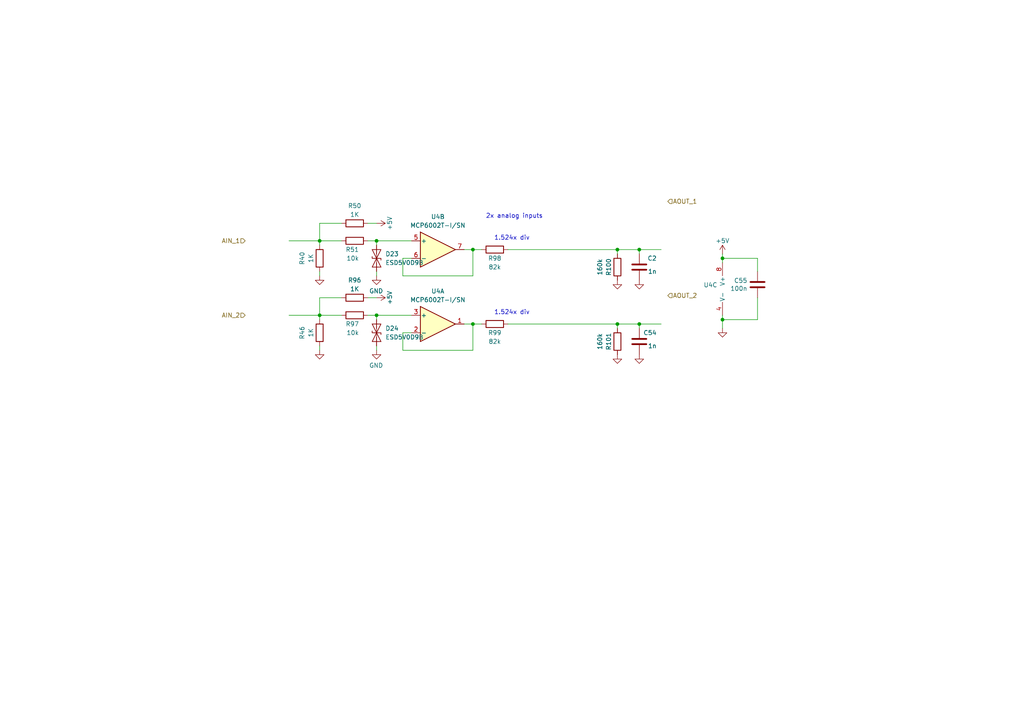
<source format=kicad_sch>
(kicad_sch (version 20230121) (generator eeschema)
  (paper "A4")
  (lib_symbols
    (symbol "+5V_1" (power) (pin_numbers hide) (pin_names (offset 0) hide)
      (property "Value" "+5V_1" (at 0 3.556 0))
      (symbol "+5V_1_0_1"
        (polyline (pts (xy -0.762 1.27) (xy 0 2.54)))
        (polyline (pts (xy 0 0) (xy 0 2.54)))
        (polyline (pts (xy 0 2.54) (xy 0.762 1.27)))
      )
      (symbol "+5V_1_1_1"
        (pin power_in line (at 0 0 90) (length 0) hide (name "+5V") (number "1"))
      )
    )
    (symbol "+5V_8" (power) (pin_numbers hide) (pin_names (offset 0) hide)
      (property "Value" "+5V_8" (at 0 3.556 0))
      (symbol "+5V_8_0_1"
        (polyline (pts (xy -0.762 1.27) (xy 0 2.54)))
        (polyline (pts (xy 0 0) (xy 0 2.54)))
        (polyline (pts (xy 0 2.54) (xy 0.762 1.27)))
      )
      (symbol "+5V_8_1_1"
        (pin power_in line (at 0 0 90) (length 0) hide (name "+5V") (number "1"))
      )
    )
    (symbol "Amplifier_Operational:MCP6002-xSN" (pin_names (offset 0.127))
      (property "Reference" "U" (at 0 5.08 0))
      (property "Value" "MCP6002-xSN" (at 0 -5.08 0))
      (symbol "MCP6002-xSN_1_1"
        (polyline (pts (xy -5.08 5.08) (xy 5.08 0) (xy -5.08 -5.08) (xy -5.08 5.08)) (stroke (width 0.254)) (fill (type background)))
        (pin output line (at 7.62 0 180) (length 2.54) (name "~") (number "1"))
        (pin input line (at -7.62 -2.54 0) (length 2.54) (name "-") (number "2"))
        (pin input line (at -7.62 2.54 0) (length 2.54) (name "+") (number "3"))
      )
      (symbol "MCP6002-xSN_2_1"
        (polyline (pts (xy -5.08 5.08) (xy 5.08 0) (xy -5.08 -5.08) (xy -5.08 5.08)) (stroke (width 0.254)) (fill (type background)))
        (pin input line (at -7.62 2.54 0) (length 2.54) (name "+") (number "5"))
        (pin input line (at -7.62 -2.54 0) (length 2.54) (name "-") (number "6"))
        (pin output line (at 7.62 0 180) (length 2.54) (name "~") (number "7"))
      )
      (symbol "MCP6002-xSN_3_1"
        (pin power_in line (at -2.54 -7.62 90) (length 3.81) (name "V-") (number "4"))
        (pin power_in line (at -2.54 7.62 270) (length 3.81) (name "V+") (number "8"))
      )
    )
    (symbol "Device:C" (pin_numbers hide) (pin_names (offset 0.254))
      (property "Reference" "C" (at 0.635 2.54 0))
      (property "Value" "C" (at 0.635 -2.54 0))
      (symbol "C_0_1"
        (polyline (pts (xy -2.032 -0.762) (xy 2.032 -0.762)) (stroke (width 0.508)))
        (polyline (pts (xy -2.032 0.762) (xy 2.032 0.762)) (stroke (width 0.508)))
      )
      (symbol "C_1_1"
        (pin passive line (at 0 3.81 270) (length 2.794) (name "~") (number "1"))
        (pin passive line (at 0 -3.81 90) (length 2.794) (name "~") (number "2"))
      )
    )
    (symbol "Device:R" (pin_numbers hide) (pin_names (offset 0))
      (property "Reference" "R" (at 2.032 0 90))
      (property "Value" "R" (at 0 0 90))
      (symbol "R_0_1"
        (rectangle (start -1.016 -2.54) (end 1.016 2.54) (stroke (width 0.254)))
      )
      (symbol "R_1_1"
        (pin passive line (at 0 3.81 270) (length 1.27) (name "~") (number "1"))
        (pin passive line (at 0 -3.81 90) (length 1.27) (name "~") (number "2"))
      )
    )
    (symbol "Diode:ESD9B5.0ST5G" (pin_numbers hide) (pin_names (offset 1.016) hide)
      (property "Reference" "D" (at 0 2.54 0))
      (property "Value" "ESD9B5.0ST5G" (at 0 -2.54 0))
      (symbol "ESD9B5.0ST5G_0_1"
        (polyline (pts (xy 1.27 0) (xy -1.27 0)))
        (polyline (pts (xy -2.54 -1.27) (xy 0 0) (xy -2.54 1.27) (xy -2.54 -1.27)) (stroke (width 0.2032)))
        (polyline (pts (xy 0.508 1.27) (xy 0 1.27) (xy 0 -1.27) (xy -0.508 -1.27)) (stroke (width 0.2032)))
        (polyline (pts (xy 2.54 1.27) (xy 2.54 -1.27) (xy 0 0) (xy 2.54 1.27)) (stroke (width 0.2032)))
      )
      (symbol "ESD9B5.0ST5G_1_1"
        (pin passive line (at -3.81 0 0) (length 2.54) (name "A1") (number "1"))
        (pin passive line (at 3.81 0 180) (length 2.54) (name "A2") (number "2"))
      )
    )
    (symbol "GND_1" (power) (pin_numbers hide) (pin_names (offset 0) hide)
      (property "Value" "GND_1" (at 0 -3.81 0))
      (symbol "GND_1_0_1"
        (polyline (pts (xy 0 0) (xy 0 -1.27) (xy 1.27 -1.27) (xy 0 -2.54) (xy -1.27 -1.27) (xy 0 -1.27)))
      )
      (symbol "GND_1_1_1"
        (pin power_in line (at 0 0 270) (length 0) hide (name "GND") (number "1"))
      )
    )
    (symbol "GND_11" (power) (pin_numbers hide) (pin_names (offset 0) hide)
      (property "Value" "GND_11" (at 0 -3.81 0))
      (symbol "GND_11_0_1"
        (polyline (pts (xy 0 0) (xy 0 -1.27) (xy 1.27 -1.27) (xy 0 -2.54) (xy -1.27 -1.27) (xy 0 -1.27)))
      )
      (symbol "GND_11_1_1"
        (pin power_in line (at 0 0 270) (length 0) hide (name "GND") (number "1"))
      )
    )
    (symbol "GND_12" (power) (pin_numbers hide) (pin_names (offset 0) hide)
      (property "Value" "GND_12" (at 0 -3.81 0))
      (symbol "GND_12_0_1"
        (polyline (pts (xy 0 0) (xy 0 -1.27) (xy 1.27 -1.27) (xy 0 -2.54) (xy -1.27 -1.27) (xy 0 -1.27)))
      )
      (symbol "GND_12_1_1"
        (pin power_in line (at 0 0 270) (length 0) hide (name "GND") (number "1"))
      )
    )
    (symbol "GND_15" (power) (pin_numbers hide) (pin_names (offset 0) hide)
      (property "Value" "GND_15" (at 0 -3.81 0))
      (symbol "GND_15_0_1"
        (polyline (pts (xy 0 0) (xy 0 -1.27) (xy 1.27 -1.27) (xy 0 -2.54) (xy -1.27 -1.27) (xy 0 -1.27)))
      )
      (symbol "GND_15_1_1"
        (pin power_in line (at 0 0 270) (length 0) hide (name "GND") (number "1"))
      )
    )
    (symbol "GND_19" (power) (pin_numbers hide) (pin_names (offset 0) hide)
      (property "Value" "GND_19" (at 0 -3.81 0))
      (symbol "GND_19_0_1"
        (polyline (pts (xy 0 0) (xy 0 -1.27) (xy 1.27 -1.27) (xy 0 -2.54) (xy -1.27 -1.27) (xy 0 -1.27)))
      )
      (symbol "GND_19_1_1"
        (pin power_in line (at 0 0 270) (length 0) hide (name "GND") (number "1"))
      )
    )
    (symbol "GND_20" (power) (pin_numbers hide) (pin_names (offset 0) hide)
      (property "Value" "GND_20" (at 0 -3.81 0))
      (symbol "GND_20_0_1"
        (polyline (pts (xy 0 0) (xy 0 -1.27) (xy 1.27 -1.27) (xy 0 -2.54) (xy -1.27 -1.27) (xy 0 -1.27)))
      )
      (symbol "GND_20_1_1"
        (pin power_in line (at 0 0 270) (length 0) hide (name "GND") (number "1"))
      )
    )
    (symbol "GND_7" (power) (pin_numbers hide) (pin_names (offset 0) hide)
      (property "Value" "GND_7" (at 0 -3.81 0))
      (symbol "GND_7_0_1"
        (polyline (pts (xy 0 0) (xy 0 -1.27) (xy 1.27 -1.27) (xy 0 -2.54) (xy -1.27 -1.27) (xy 0 -1.27)))
      )
      (symbol "GND_7_1_1"
        (pin power_in line (at 0 0 270) (length 0) hide (name "GND") (number "1"))
      )
    )
    (symbol "power:+5V" (power) (pin_numbers hide) (pin_names (offset 0) hide)
      (property "Value" "+5V" (at 0 3.556 0))
      (symbol "+5V_0_1"
        (polyline (pts (xy -0.762 1.27) (xy 0 2.54)))
        (polyline (pts (xy 0 0) (xy 0 2.54)))
        (polyline (pts (xy 0 2.54) (xy 0.762 1.27)))
      )
      (symbol "+5V_1_1"
        (pin power_in line (at 0 0 90) (length 0) hide (name "+5V") (number "1"))
      )
    )
  )
  (junction (at 92.71 91.44))
  (junction (at 209.55 92.71))
  (junction (at 209.55 74.93))
  (junction (at 185.42 93.98))
  (junction (at 92.71 69.85))
  (junction (at 185.42 72.39))
  (junction (at 137.16 72.39))
  (junction (at 179.07 72.39))
  (junction (at 179.07 93.98))
  (junction (at 109.22 69.85))
  (junction (at 109.22 91.44))
  (junction (at 137.16 93.98))
  (wire (pts (xy 179.07 93.98) (xy 185.42 93.98)))
  (wire (pts (xy 83.82 91.44) (xy 92.71 91.44)))
  (wire (pts (xy 219.71 92.71) (xy 219.71 86.36)))
  (wire (pts (xy 185.42 93.98) (xy 191.77 93.98)))
  (wire (pts (xy 109.22 91.44) (xy 119.38 91.44)))
  (wire (pts (xy 179.07 72.39) (xy 179.07 73.66)))
  (wire (pts (xy 109.22 69.85) (xy 119.38 69.85)))
  (wire (pts (xy 92.71 86.36) (xy 92.71 91.44)))
  (wire (pts (xy 209.55 74.93) (xy 209.55 76.2)))
  (wire (pts (xy 109.22 91.44) (xy 109.22 92.71)))
  (wire (pts (xy 209.55 74.93) (xy 219.71 74.93)))
  (wire (pts (xy 209.55 73.66) (xy 209.55 74.93)))
  (wire (pts (xy 92.71 64.77) (xy 92.71 69.85)))
  (wire (pts (xy 106.68 64.77) (xy 109.22 64.77)))
  (wire (pts (xy 106.68 91.44) (xy 109.22 91.44)))
  (wire (pts (xy 92.71 69.85) (xy 99.06 69.85)))
  (wire (pts (xy 116.84 101.6) (xy 137.16 101.6)))
  (wire (pts (xy 209.55 92.71) (xy 209.55 91.44)))
  (wire (pts (xy 209.55 92.71) (xy 219.71 92.71)))
  (wire (pts (xy 106.68 69.85) (xy 109.22 69.85)))
  (wire (pts (xy 116.84 96.52) (xy 116.84 101.6)))
  (wire (pts (xy 179.07 93.98) (xy 179.07 95.25)))
  (wire (pts (xy 109.22 69.85) (xy 109.22 71.12)))
  (wire (pts (xy 92.71 91.44) (xy 92.71 92.71)))
  (wire (pts (xy 185.42 93.98) (xy 185.42 95.25)))
  (wire (pts (xy 137.16 93.98) (xy 139.7 93.98)))
  (wire (pts (xy 92.71 78.74) (xy 92.71 80.01)))
  (wire (pts (xy 147.32 72.39) (xy 179.07 72.39)))
  (wire (pts (xy 83.82 69.85) (xy 92.71 69.85)))
  (wire (pts (xy 116.84 80.01) (xy 137.16 80.01)))
  (wire (pts (xy 137.16 93.98) (xy 134.62 93.98)))
  (wire (pts (xy 119.38 74.93) (xy 116.84 74.93)))
  (wire (pts (xy 147.32 93.98) (xy 179.07 93.98)))
  (wire (pts (xy 119.38 96.52) (xy 116.84 96.52)))
  (wire (pts (xy 137.16 80.01) (xy 137.16 72.39)))
  (wire (pts (xy 219.71 74.93) (xy 219.71 78.74)))
  (wire (pts (xy 137.16 101.6) (xy 137.16 93.98)))
  (wire (pts (xy 179.07 72.39) (xy 185.42 72.39)))
  (wire (pts (xy 116.84 74.93) (xy 116.84 80.01)))
  (wire (pts (xy 209.55 95.25) (xy 209.55 92.71)))
  (wire (pts (xy 109.22 80.01) (xy 109.22 78.74)))
  (wire (pts (xy 99.06 86.36) (xy 92.71 86.36)))
  (wire (pts (xy 92.71 100.33) (xy 92.71 101.6)))
  (wire (pts (xy 137.16 72.39) (xy 139.7 72.39)))
  (wire (pts (xy 109.22 100.33) (xy 109.22 101.6)))
  (wire (pts (xy 99.06 64.77) (xy 92.71 64.77)))
  (wire (pts (xy 137.16 72.39) (xy 134.62 72.39)))
  (wire (pts (xy 92.71 69.85) (xy 92.71 71.12)))
  (wire (pts (xy 106.68 86.36) (xy 109.22 86.36)))
  (wire (pts (xy 185.42 72.39) (xy 185.42 73.66)))
  (wire (pts (xy 92.71 91.44) (xy 99.06 91.44)))
  (wire (pts (xy 185.42 72.39) (xy 191.77 72.39)))
  (text "2x analog inputs" (at 157.48 63.5 0) (effects (font (size 1.27 1.27)) (justify right bottom)))
  (text "1.524x div" (at 153.67 91.44 0) (effects (font (size 1.27 1.27)) (justify right bottom)))
  (text "1.524x div" (at 153.67 69.85 0) (effects (font (size 1.27 1.27)) (justify right bottom)))
  (hierarchical_label "AIN_1" (shape input) (at 71.12 69.85 180))
  (hierarchical_label "AOUT_1" (shape input) (at 193.675 58.42 0))
  (hierarchical_label "AOUT_2" (shape input) (at 193.675 85.725 0))
  (hierarchical_label "AIN_2" (shape input) (at 71.12 91.44 180))
  (symbol (lib_id "Device:R") (at 102.87 91.44 90) (mirror x) (unit 1)
    (property "Reference" "R97" (at 104.14 93.98 90) (effects (justify left)))
    (property "Value" "10k" (at 104.14 96.52 90) (effects (justify left)))
    (property "Footprint" "Resistor_SMD:R_0402_1005Metric" (effects hide))
    (property "LCSC" "C25744" (effects hide))
  )
  (symbol (lib_id "Diode:ESD9B5.0ST5G") (at 109.22 96.52 270) (unit 1)
    (property "Reference" "D24" (at 111.76 95.2499 90) (effects (justify left)))
    (property "Value" "ESD5V0D9B" (at 111.76 97.7899 90) (effects (justify left)))
    (property "Footprint" "Diode_SMD:D_SOD-923" (effects hide))
    (property "LCSC" "C484329" (effects hide))
  )
  (symbol (lib_name "GND_12") (lib_id "power:GND") (at 179.07 102.87 0) (mirror y) (unit 1)
    (property "Reference" "#PWR091" (effects hide))
    (property "Value" "GND" (effects hide))
  )
  (symbol (lib_id "Device:R") (at 179.07 99.06 0) (mirror x) (unit 1)
    (property "Reference" "R101" (at 176.53 99.06 90))
    (property "Value" "160k" (at 173.99 99.06 90))
    (property "Footprint" "Resistor_SMD:R_0402_1005Metric" (effects hide))
    (property "LCSC" "C409854" (effects hide))
  )
  (symbol (lib_name "GND_19") (lib_id "power:GND") (at 92.71 80.01 0) (mirror y) (unit 1)
    (property "Reference" "#PWR07" (effects hide))
    (property "Value" "GND" (effects hide))
  )
  (symbol (lib_id "Device:R") (at 143.51 93.98 270) (mirror x) (unit 1)
    (property "Reference" "R99" (at 143.51 96.52 90))
    (property "Value" "82k" (at 143.51 99.06 90))
    (property "Footprint" "Resistor_SMD:R_0402_1005Metric" (effects hide))
    (property "LCSC" "C325373" (effects hide))
  )
  (symbol (lib_id "Amplifier_Operational:MCP6002-xSN") (at 127 93.98 0) (unit 1)
    (property "Reference" "U4" (at 127 84.455 0))
    (property "Value" "MCP6002T-I/SN" (at 127 86.9696 0))
    (property "Footprint" "Package_SO:SOIC-8_3.9x4.9mm_P1.27mm" (effects hide))
    (property "Datasheet" "http://ww1.microchip.com/downloads/en/DeviceDoc/21733j.pdf" (effects hide))
    (property "LCSC" "C7377" (effects hide))
  )
  (symbol (lib_id "Device:R") (at 92.71 74.93 0) (mirror y) (unit 1) (in_bom no)
    (property "Reference" "R40" (at 87.63 74.93 90))
    (property "Value" "1K" (at 90.17 74.93 90))
    (property "Footprint" "Resistor_SMD:R_0603_1608Metric" (effects hide))
    (property "LCSC" "C21190" (effects hide))
  )
  (symbol (lib_id "Device:R") (at 179.07 77.47 0) (mirror x) (unit 1)
    (property "Reference" "R100" (at 176.53 77.47 90))
    (property "Value" "160k" (at 173.99 77.47 90))
    (property "Footprint" "Resistor_SMD:R_0402_1005Metric" (effects hide))
    (property "LCSC" "C409854" (effects hide))
  )
  (symbol (lib_id "Device:R") (at 102.87 86.36 270) (mirror x) (unit 1)
    (property "Reference" "R96" (at 102.87 81.28 90))
    (property "Value" "1K" (at 102.87 83.82 90))
    (property "Footprint" "Resistor_SMD:R_0603_1608Metric" (effects hide))
    (property "LCSC" "C21190" (effects hide))
  )
  (symbol (lib_name "GND_1") (lib_id "power:GND") (at 109.22 101.6 0) (mirror y) (unit 1)
    (property "Reference" "#PWR089" (effects hide))
    (property "Value" "~" (at 109.093 105.9942 0))
  )
  (symbol (lib_name "GND_7") (lib_id "power:GND") (at 185.42 102.87 0) (unit 1)
    (property "Reference" "#PWR093" (effects hide))
    (property "Value" "GND" (effects hide))
  )
  (symbol (lib_id "Device:R") (at 102.87 64.77 270) (mirror x) (unit 1)
    (property "Reference" "R50" (at 102.87 59.69 90))
    (property "Value" "1K" (at 102.87 62.23 90))
    (property "Footprint" "Resistor_SMD:R_0603_1608Metric" (effects hide))
    (property "LCSC" "C21190" (effects hide))
  )
  (symbol (lib_name "GND_1") (lib_id "power:GND") (at 109.22 80.01 0) (mirror y) (unit 1)
    (property "Reference" "#PWR087" (effects hide))
    (property "Value" "~" (at 109.093 84.4042 0))
  )
  (symbol (lib_id "Amplifier_Operational:MCP6002-xSN") (at 127 72.39 0) (unit 2)
    (property "Reference" "U4" (at 127 62.865 0))
    (property "Value" "MCP6002T-I/SN" (at 127 65.3796 0))
    (property "Footprint" "Package_SO:SOIC-8_3.9x4.9mm_P1.27mm" (effects hide))
    (property "Datasheet" "http://ww1.microchip.com/downloads/en/DeviceDoc/21733j.pdf" (effects hide))
    (property "LCSC" "C7377" (effects hide))
  )
  (symbol (lib_id "Device:C") (at 219.71 82.55 0) (mirror y) (unit 1)
    (property "Reference" "C55" (at 216.789 81.3816 0) (effects (justify left)))
    (property "Value" "100n" (at 216.789 83.693 0) (effects (justify left)))
    (property "Footprint" "Capacitor_SMD:C_0402_1005Metric" (effects hide))
    (property "LCSC" "C1525" (effects hide))
  )
  (symbol (lib_name "GND_7") (lib_id "power:GND") (at 185.42 81.28 0) (unit 1)
    (property "Reference" "#PWR092" (effects hide))
    (property "Value" "GND" (effects hide))
  )
  (symbol (lib_id "Amplifier_Operational:MCP6002-xSN") (at 207.01 83.82 0) (mirror y) (unit 3)
    (property "Reference" "U4" (at 208.0768 82.6516 0) (effects (justify left)))
    (property "Value" "MCP6002T-I/SN" (effects hide))
    (property "Footprint" "Package_SO:SOIC-8_3.9x4.9mm_P1.27mm" (effects hide))
    (property "Datasheet" "http://ww1.microchip.com/downloads/en/DeviceDoc/21733j.pdf" (effects hide))
    (property "LCSC" "C7377" (effects hide))
  )
  (symbol (lib_name "+5V_8") (lib_id "power:+5V") (at 109.22 86.36 270) (mirror x) (unit 1)
    (property "Reference" "#PWR088" (effects hide))
    (property "Value" "+5V" (at 113.03 86.36 0))
  )
  (symbol (lib_id "Device:R") (at 102.87 69.85 90) (mirror x) (unit 1)
    (property "Reference" "R51" (at 104.14 72.39 90) (effects (justify left)))
    (property "Value" "10k" (at 104.14 74.93 90) (effects (justify left)))
    (property "Footprint" "Resistor_SMD:R_0402_1005Metric" (effects hide))
    (property "LCSC" "C25744" (effects hide))
  )
  (symbol (lib_name "GND_20") (lib_id "power:GND") (at 92.71 101.6 0) (mirror y) (unit 1)
    (property "Reference" "#PWR015" (effects hide))
    (property "Value" "GND" (effects hide))
  )
  (symbol (lib_id "power:+5V") (at 109.22 64.77 270) (mirror x) (unit 1)
    (property "Reference" "#PWR085" (effects hide))
    (property "Value" "+5V" (at 113.03 64.77 0))
  )
  (symbol (lib_name "GND_15") (lib_id "power:GND") (at 209.55 95.25 0) (mirror y) (unit 1)
    (property "Reference" "#PWR095" (effects hide))
    (property "Value" "GND" (effects hide))
  )
  (symbol (lib_name "+5V_1") (lib_id "power:+5V") (at 209.55 73.66 0) (mirror y) (unit 1)
    (property "Reference" "#PWR094" (effects hide))
    (property "Value" "+5V" (at 209.55 69.85 0))
  )
  (symbol (lib_name "GND_11") (lib_id "power:GND") (at 179.07 81.28 0) (mirror y) (unit 1)
    (property "Reference" "#PWR090" (effects hide))
    (property "Value" "GND" (effects hide))
  )
  (symbol (lib_id "Diode:ESD9B5.0ST5G") (at 109.22 74.93 270) (unit 1)
    (property "Reference" "D23" (at 111.76 73.6599 90) (effects (justify left)))
    (property "Value" "ESD5V0D9B" (at 111.76 76.1999 90) (effects (justify left)))
    (property "Footprint" "Diode_SMD:D_SOD-923" (effects hide))
    (property "LCSC" "C484329" (effects hide))
  )
  (symbol (lib_id "Device:R") (at 143.51 72.39 270) (mirror x) (unit 1)
    (property "Reference" "R98" (at 143.51 74.93 90))
    (property "Value" "82k" (at 143.51 77.47 90))
    (property "Footprint" "Resistor_SMD:R_0402_1005Metric" (effects hide))
    (property "LCSC" "C325373" (effects hide))
  )
  (symbol (lib_id "Device:C") (at 185.42 99.06 0) (mirror y) (unit 1)
    (property "Reference" "C54" (at 190.5 96.52 0) (effects (justify left)))
    (property "Value" "1n" (at 190.5 100.33 0) (effects (justify left)))
    (property "Footprint" "Capacitor_SMD:C_0402_1005Metric" (effects hide))
    (property "LCSC" "C106205" (effects hide))
  )
  (symbol (lib_id "Device:C") (at 185.42 77.47 0) (mirror y) (unit 1)
    (property "Reference" "C2" (at 190.5 74.93 0) (effects (justify left)))
    (property "Value" "1n" (at 190.5 78.74 0) (effects (justify left)))
    (property "Footprint" "Capacitor_SMD:C_0402_1005Metric" (effects hide))
    (property "LCSC" "C106205" (effects hide))
  )
  (symbol (lib_id "Device:R") (at 92.71 96.52 0) (mirror y) (unit 1) (in_bom no)
    (property "Reference" "R46" (at 87.63 96.52 90))
    (property "Value" "1K" (at 90.17 96.52 90))
    (property "Footprint" "Resistor_SMD:R_0603_1608Metric" (effects hide))
    (property "LCSC" "C21190" (effects hide))
  )
)
</source>
